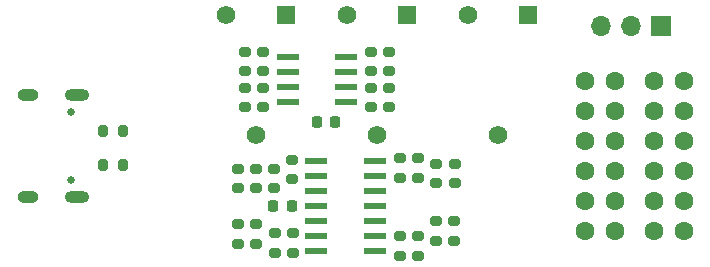
<source format=gbr>
%TF.GenerationSoftware,KiCad,Pcbnew,7.0.6*%
%TF.CreationDate,2023-07-26T14:22:16+03:00*%
%TF.ProjectId,Accelerometru,41636365-6c65-4726-9f6d-657472752e6b,rev?*%
%TF.SameCoordinates,Original*%
%TF.FileFunction,Soldermask,Bot*%
%TF.FilePolarity,Negative*%
%FSLAX46Y46*%
G04 Gerber Fmt 4.6, Leading zero omitted, Abs format (unit mm)*
G04 Created by KiCad (PCBNEW 7.0.6) date 2023-07-26 14:22:16*
%MOMM*%
%LPD*%
G01*
G04 APERTURE LIST*
G04 Aperture macros list*
%AMRoundRect*
0 Rectangle with rounded corners*
0 $1 Rounding radius*
0 $2 $3 $4 $5 $6 $7 $8 $9 X,Y pos of 4 corners*
0 Add a 4 corners polygon primitive as box body*
4,1,4,$2,$3,$4,$5,$6,$7,$8,$9,$2,$3,0*
0 Add four circle primitives for the rounded corners*
1,1,$1+$1,$2,$3*
1,1,$1+$1,$4,$5*
1,1,$1+$1,$6,$7*
1,1,$1+$1,$8,$9*
0 Add four rect primitives between the rounded corners*
20,1,$1+$1,$2,$3,$4,$5,0*
20,1,$1+$1,$4,$5,$6,$7,0*
20,1,$1+$1,$6,$7,$8,$9,0*
20,1,$1+$1,$8,$9,$2,$3,0*%
G04 Aperture macros list end*
%ADD10C,0.650000*%
%ADD11O,1.800000X1.000000*%
%ADD12O,2.100000X1.000000*%
%ADD13R,1.574800X1.574800*%
%ADD14C,1.574800*%
%ADD15C,1.600200*%
%ADD16R,1.700000X1.700000*%
%ADD17O,1.700000X1.700000*%
%ADD18RoundRect,0.200000X0.275000X-0.200000X0.275000X0.200000X-0.275000X0.200000X-0.275000X-0.200000X0*%
%ADD19RoundRect,0.200000X-0.275000X0.200000X-0.275000X-0.200000X0.275000X-0.200000X0.275000X0.200000X0*%
%ADD20RoundRect,0.200000X0.200000X0.275000X-0.200000X0.275000X-0.200000X-0.275000X0.200000X-0.275000X0*%
%ADD21R,1.969999X0.558000*%
%ADD22RoundRect,0.225000X0.225000X0.250000X-0.225000X0.250000X-0.225000X-0.250000X0.225000X-0.250000X0*%
G04 APERTURE END LIST*
D10*
%TO.C,J1*%
X170304801Y-73564001D03*
X170304801Y-79343999D03*
D11*
X166624800Y-72133998D03*
X166624800Y-80774002D03*
D12*
X170804800Y-72133998D03*
X170804800Y-80774002D03*
%TD*%
D13*
%TO.C,POT1*%
X188468000Y-65430400D03*
D14*
X185928000Y-75565000D03*
X183388000Y-65430400D03*
%TD*%
D13*
%TO.C,POT2*%
X198755000Y-65405000D03*
D14*
X196215000Y-75539600D03*
X193675000Y-65405000D03*
%TD*%
D13*
%TO.C,POT3*%
X209029300Y-65430400D03*
D14*
X206489300Y-75565000D03*
X203949300Y-65430400D03*
%TD*%
D15*
%TO.C,J4*%
X213829900Y-83660600D03*
X213829900Y-81120600D03*
X213829900Y-78580600D03*
X213829900Y-76040600D03*
X213829900Y-73500600D03*
X213829900Y-70960600D03*
X216369900Y-83660600D03*
X216369900Y-81120600D03*
X216369900Y-78580600D03*
X216369900Y-76040600D03*
X216369900Y-73500600D03*
X216369900Y-70960600D03*
%TD*%
%TO.C,J3*%
X219671900Y-83660600D03*
X219671900Y-81120600D03*
X219671900Y-78580600D03*
X219671900Y-76040600D03*
X219671900Y-73500600D03*
X219671900Y-70960600D03*
X222211900Y-83660600D03*
X222211900Y-81120600D03*
X222211900Y-78580600D03*
X222211900Y-76040600D03*
X222211900Y-73500600D03*
X222211900Y-70960600D03*
%TD*%
D16*
%TO.C,J2*%
X220265000Y-66290000D03*
D17*
X217725000Y-66290000D03*
X215185000Y-66290000D03*
%TD*%
D18*
%TO.C,R8*%
X188976000Y-79311000D03*
X188976000Y-77661000D03*
%TD*%
D19*
%TO.C,R24*%
X195707000Y-71565000D03*
X195707000Y-73215000D03*
%TD*%
%TO.C,R25*%
X197231000Y-70167000D03*
X197231000Y-68517000D03*
%TD*%
D18*
%TO.C,R18*%
X201168000Y-84518000D03*
X201168000Y-82868000D03*
%TD*%
D19*
%TO.C,R11*%
X199644000Y-77534000D03*
X199644000Y-79184000D03*
%TD*%
%TO.C,R5*%
X184404000Y-83122000D03*
X184404000Y-84772000D03*
%TD*%
D20*
%TO.C,R1*%
X174688000Y-75184000D03*
X173038000Y-75184000D03*
%TD*%
D18*
%TO.C,R6*%
X185928000Y-84772000D03*
X185928000Y-83122000D03*
%TD*%
D20*
%TO.C,R2*%
X174688000Y-78105000D03*
X173038000Y-78105000D03*
%TD*%
D19*
%TO.C,R9*%
X187452000Y-78423000D03*
X187452000Y-80073000D03*
%TD*%
D21*
%TO.C,U3*%
X191084200Y-85344000D03*
X191084200Y-84074000D03*
X191084200Y-82804000D03*
X191084200Y-81534000D03*
X191084200Y-80264000D03*
X191084200Y-78994000D03*
X191084200Y-77724000D03*
X196011800Y-77724000D03*
X196011800Y-78994000D03*
X196011800Y-80264000D03*
X196011800Y-81534000D03*
X196011800Y-82804000D03*
X196011800Y-84074000D03*
X196011800Y-85344000D03*
%TD*%
D18*
%TO.C,R7*%
X184404000Y-80073000D03*
X184404000Y-78423000D03*
%TD*%
D19*
%TO.C,R16*%
X198120000Y-84138000D03*
X198120000Y-85788000D03*
%TD*%
%TO.C,R23*%
X195707000Y-70167000D03*
X195707000Y-68517000D03*
%TD*%
%TO.C,R22*%
X186563000Y-68517000D03*
X186563000Y-70167000D03*
%TD*%
%TO.C,R13*%
X202780000Y-78005000D03*
X202780000Y-79655000D03*
%TD*%
D18*
%TO.C,R15*%
X199644000Y-85788000D03*
X199644000Y-84138000D03*
%TD*%
D21*
%TO.C,U4*%
X188671200Y-72771000D03*
X188671200Y-71501000D03*
X188671200Y-70231000D03*
X188671200Y-68961000D03*
X193598800Y-68961000D03*
X193598800Y-70231000D03*
X193598800Y-71501000D03*
X193598800Y-72771000D03*
%TD*%
D19*
%TO.C,R21*%
X185039000Y-68517000D03*
X185039000Y-70167000D03*
%TD*%
%TO.C,R14*%
X201240000Y-78005000D03*
X201240000Y-79655000D03*
%TD*%
%TO.C,R4*%
X189103000Y-85534000D03*
X189103000Y-83884000D03*
%TD*%
D18*
%TO.C,R17*%
X202692000Y-82868000D03*
X202692000Y-84518000D03*
%TD*%
%TO.C,R12*%
X198120000Y-79184000D03*
X198120000Y-77534000D03*
%TD*%
D22*
%TO.C,C8*%
X188989000Y-81534000D03*
X187439000Y-81534000D03*
%TD*%
%TO.C,C9*%
X192685000Y-74410000D03*
X191135000Y-74410000D03*
%TD*%
D18*
%TO.C,R26*%
X197231000Y-73215000D03*
X197231000Y-71565000D03*
%TD*%
D19*
%TO.C,R10*%
X185928000Y-78423000D03*
X185928000Y-80073000D03*
%TD*%
D18*
%TO.C,R19*%
X185039000Y-73215000D03*
X185039000Y-71565000D03*
%TD*%
D19*
%TO.C,R20*%
X186563000Y-71565000D03*
X186563000Y-73215000D03*
%TD*%
D18*
%TO.C,R3*%
X187579000Y-85534000D03*
X187579000Y-83884000D03*
%TD*%
M02*

</source>
